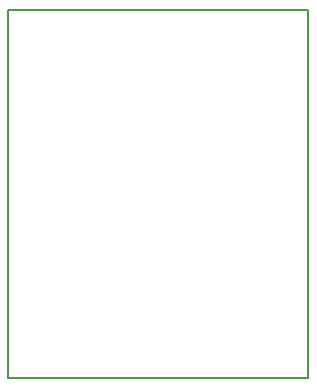
<source format=gbr>
G04 DipTrace 3.2.0.1*
G04 BoardOutline.gbr*
%MOMM*%
G04 #@! TF.FileFunction,Profile*
G04 #@! TF.Part,Single*
%ADD11C,0.14*%
%FSLAX35Y35*%
G04*
G71*
G90*
G75*
G01*
G04 BoardOutline*
%LPD*%
X1000000Y4112753D2*
D11*
X3539733D1*
Y1000000D1*
X1000000D1*
Y4112753D1*
M02*

</source>
